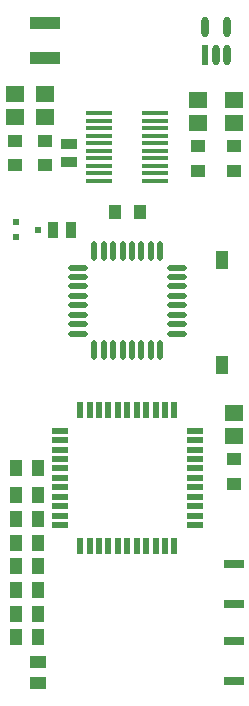
<source format=gtp>
G04*
G04 #@! TF.GenerationSoftware,Altium Limited,Altium Designer,21.0.9 (235)*
G04*
G04 Layer_Color=8421504*
%FSLAX25Y25*%
%MOIN*%
G70*
G04*
G04 #@! TF.SameCoordinates,E5CA4AE1-0186-4FD9-A07E-2EFFEE8FE40E*
G04*
G04*
G04 #@! TF.FilePolarity,Positive*
G04*
G01*
G75*
%ADD16R,0.02165X0.01968*%
%ADD17R,0.02165X0.01968*%
%ADD18R,0.06693X0.03150*%
%ADD19R,0.05315X0.03937*%
%ADD20R,0.06102X0.05512*%
%ADD21R,0.04724X0.04331*%
%ADD22R,0.04331X0.04724*%
%ADD23R,0.09843X0.03937*%
G04:AMPARAMS|DCode=24|XSize=88.58mil|YSize=15.75mil|CornerRadius=7.87mil|HoleSize=0mil|Usage=FLASHONLY|Rotation=0.000|XOffset=0mil|YOffset=0mil|HoleType=Round|Shape=RoundedRectangle|*
%AMROUNDEDRECTD24*
21,1,0.08858,0.00000,0,0,0.0*
21,1,0.07284,0.01575,0,0,0.0*
1,1,0.01575,0.03642,0.00000*
1,1,0.01575,-0.03642,0.00000*
1,1,0.01575,-0.03642,0.00000*
1,1,0.01575,0.03642,0.00000*
%
%ADD24ROUNDEDRECTD24*%
%ADD25R,0.04331X0.05906*%
%ADD26R,0.05315X0.03740*%
G04:AMPARAMS|DCode=27|XSize=67.21mil|YSize=24.25mil|CornerRadius=12.12mil|HoleSize=0mil|Usage=FLASHONLY|Rotation=90.000|XOffset=0mil|YOffset=0mil|HoleType=Round|Shape=RoundedRectangle|*
%AMROUNDEDRECTD27*
21,1,0.06721,0.00000,0,0,90.0*
21,1,0.04296,0.02425,0,0,90.0*
1,1,0.02425,0.00000,0.02148*
1,1,0.02425,0.00000,-0.02148*
1,1,0.02425,0.00000,-0.02148*
1,1,0.02425,0.00000,0.02148*
%
%ADD27ROUNDEDRECTD27*%
%ADD28R,0.02425X0.06721*%
%ADD29R,0.03740X0.05315*%
%ADD30R,0.02000X0.05800*%
%ADD31R,0.05800X0.02000*%
%ADD32R,0.03937X0.05315*%
%ADD33O,0.06496X0.02165*%
%ADD34O,0.02165X0.06496*%
D16*
X43012Y157480D02*
D03*
D17*
X35728Y154921D02*
D03*
Y160039D02*
D03*
D18*
X108268Y46063D02*
D03*
Y32677D02*
D03*
Y20472D02*
D03*
Y7087D02*
D03*
D19*
X42913Y6299D02*
D03*
Y13386D02*
D03*
D20*
X108268Y96260D02*
D03*
Y88779D02*
D03*
X96457Y193110D02*
D03*
Y200590D02*
D03*
X45276Y202559D02*
D03*
Y195079D02*
D03*
X108268Y193110D02*
D03*
Y200590D02*
D03*
X35433Y202559D02*
D03*
Y195079D02*
D03*
D21*
X108268Y80905D02*
D03*
Y72638D02*
D03*
X96457Y185236D02*
D03*
Y176969D02*
D03*
X108268Y185236D02*
D03*
Y176969D02*
D03*
X45276Y187205D02*
D03*
Y178937D02*
D03*
X35433Y187205D02*
D03*
Y178937D02*
D03*
D22*
X76968Y163386D02*
D03*
X68701D02*
D03*
D23*
X45276Y226378D02*
D03*
Y214567D02*
D03*
D24*
X82185Y196289D02*
D03*
Y193789D02*
D03*
Y191289D02*
D03*
Y188789D02*
D03*
Y186289D02*
D03*
Y183789D02*
D03*
Y181289D02*
D03*
Y178789D02*
D03*
Y176289D02*
D03*
Y173789D02*
D03*
X63484D02*
D03*
Y176289D02*
D03*
Y178789D02*
D03*
Y181289D02*
D03*
Y183789D02*
D03*
Y186289D02*
D03*
Y188789D02*
D03*
Y191289D02*
D03*
Y193789D02*
D03*
Y196289D02*
D03*
D25*
X104331Y147441D02*
D03*
Y112402D02*
D03*
D26*
X53543Y180118D02*
D03*
Y186024D02*
D03*
D27*
X98622Y225199D02*
D03*
X106102D02*
D03*
Y215746D02*
D03*
X102362D02*
D03*
D28*
X98622D02*
D03*
D29*
X54134Y157480D02*
D03*
X48228D02*
D03*
D30*
X57135Y52203D02*
D03*
X60235D02*
D03*
X63435D02*
D03*
X66535D02*
D03*
X69735D02*
D03*
X72835D02*
D03*
X75935D02*
D03*
X79135D02*
D03*
X82235D02*
D03*
X85435D02*
D03*
X88535D02*
D03*
Y97403D02*
D03*
X85435D02*
D03*
X82235D02*
D03*
X79135D02*
D03*
X75935D02*
D03*
X72835D02*
D03*
X69735D02*
D03*
X66535D02*
D03*
X63435D02*
D03*
X60235D02*
D03*
X57135D02*
D03*
D31*
X95435Y59103D02*
D03*
Y62203D02*
D03*
Y65403D02*
D03*
Y68503D02*
D03*
Y71703D02*
D03*
Y74803D02*
D03*
Y77903D02*
D03*
Y81103D02*
D03*
Y84203D02*
D03*
Y87403D02*
D03*
Y90503D02*
D03*
X50235D02*
D03*
Y87403D02*
D03*
Y84203D02*
D03*
Y81103D02*
D03*
Y77903D02*
D03*
Y74803D02*
D03*
Y71703D02*
D03*
Y68503D02*
D03*
Y65403D02*
D03*
Y62203D02*
D03*
Y59103D02*
D03*
D32*
X35827Y21654D02*
D03*
X42913D02*
D03*
X35827Y29528D02*
D03*
X42913D02*
D03*
X35827Y37402D02*
D03*
X42913D02*
D03*
X35827Y45276D02*
D03*
X42913D02*
D03*
X35827Y53150D02*
D03*
X42913D02*
D03*
X35827Y61024D02*
D03*
X42913D02*
D03*
X35827Y68898D02*
D03*
X42913D02*
D03*
X42913Y77902D02*
D03*
X35827D02*
D03*
D33*
X56299Y144882D02*
D03*
Y141732D02*
D03*
Y138583D02*
D03*
Y135433D02*
D03*
Y132283D02*
D03*
Y129134D02*
D03*
Y125984D02*
D03*
Y122835D02*
D03*
X89370D02*
D03*
Y125984D02*
D03*
Y129134D02*
D03*
Y132283D02*
D03*
Y135433D02*
D03*
Y138583D02*
D03*
Y141732D02*
D03*
Y144882D02*
D03*
D34*
X61811Y117323D02*
D03*
X64961D02*
D03*
X68110D02*
D03*
X71260D02*
D03*
X74410D02*
D03*
X77559D02*
D03*
X80709D02*
D03*
X83858D02*
D03*
Y150394D02*
D03*
X80709D02*
D03*
X77559D02*
D03*
X74410D02*
D03*
X71260D02*
D03*
X68110D02*
D03*
X64961D02*
D03*
X61811D02*
D03*
M02*

</source>
